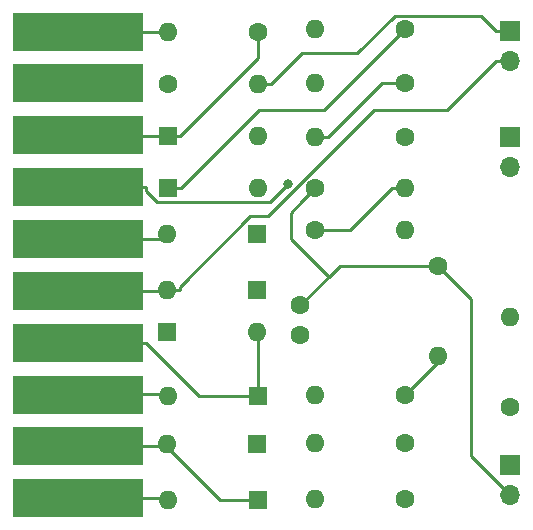
<source format=gbr>
G04 #@! TF.GenerationSoftware,KiCad,Pcbnew,(5.0.1)-3*
G04 #@! TF.CreationDate,2019-02-06T21:35:15-05:00*
G04 #@! TF.ProjectId,OdysseyDaughterCardSummer,4F647973736579446175676874657243,1.1*
G04 #@! TF.SameCoordinates,Original*
G04 #@! TF.FileFunction,Copper,L2,Bot,Signal*
G04 #@! TF.FilePolarity,Positive*
%FSLAX46Y46*%
G04 Gerber Fmt 4.6, Leading zero omitted, Abs format (unit mm)*
G04 Created by KiCad (PCBNEW (5.0.1)-3) date 2/6/2019 9:35:15 PM*
%MOMM*%
%LPD*%
G01*
G04 APERTURE LIST*
G04 #@! TA.AperFunction,SMDPad,CuDef*
%ADD10R,11.000000X3.250000*%
G04 #@! TD*
G04 #@! TA.AperFunction,ComponentPad*
%ADD11O,1.600000X1.600000*%
G04 #@! TD*
G04 #@! TA.AperFunction,ComponentPad*
%ADD12R,1.600000X1.600000*%
G04 #@! TD*
G04 #@! TA.AperFunction,ComponentPad*
%ADD13C,1.600000*%
G04 #@! TD*
G04 #@! TA.AperFunction,ComponentPad*
%ADD14R,1.700000X1.700000*%
G04 #@! TD*
G04 #@! TA.AperFunction,ComponentPad*
%ADD15O,1.700000X1.700000*%
G04 #@! TD*
G04 #@! TA.AperFunction,ViaPad*
%ADD16C,0.800000*%
G04 #@! TD*
G04 #@! TA.AperFunction,Conductor*
%ADD17C,0.250000*%
G04 #@! TD*
G04 APERTURE END LIST*
D10*
G04 #@! TO.P,X1,10*
G04 #@! TO.N,/Card10*
X129000000Y-81250000D03*
G04 #@! TO.P,X1,9*
G04 #@! TO.N,N/C*
X129000000Y-85638888D03*
G04 #@! TO.P,X1,8*
G04 #@! TO.N,/Card8*
X129000000Y-90027776D03*
G04 #@! TO.P,X1,7*
G04 #@! TO.N,/Card7*
X129000000Y-94416664D03*
G04 #@! TO.P,X1,6*
G04 #@! TO.N,/Card6*
X129000000Y-98805552D03*
G04 #@! TO.P,X1,5*
G04 #@! TO.N,/Card5*
X129000000Y-103194440D03*
G04 #@! TO.P,X1,4*
G04 #@! TO.N,/Card4*
X129000000Y-107583328D03*
G04 #@! TO.P,X1,3*
G04 #@! TO.N,/Card3*
X129000000Y-111972216D03*
G04 #@! TO.P,X1,2*
G04 #@! TO.N,/Card2*
X129000000Y-116361104D03*
G04 #@! TO.P,X1,1*
G04 #@! TO.N,/Card1*
X129000000Y-120749992D03*
G04 #@! TD*
D11*
G04 #@! TO.P,D1,2*
G04 #@! TO.N,/Card2*
X136525000Y-116205000D03*
D12*
G04 #@! TO.P,D1,1*
G04 #@! TO.N,Net-(D1-Pad1)*
X144145000Y-116205000D03*
G04 #@! TD*
D11*
G04 #@! TO.P,D2,2*
G04 #@! TO.N,/Card1*
X136652000Y-120904000D03*
D12*
G04 #@! TO.P,D2,1*
G04 #@! TO.N,/Card2*
X144272000Y-120904000D03*
G04 #@! TD*
D11*
G04 #@! TO.P,D3,2*
G04 #@! TO.N,/Card4*
X144145000Y-106680000D03*
D12*
G04 #@! TO.P,D3,1*
G04 #@! TO.N,Net-(D1-Pad1)*
X136525000Y-106680000D03*
G04 #@! TD*
D11*
G04 #@! TO.P,D4,2*
G04 #@! TO.N,/Card3*
X136652000Y-112099000D03*
D12*
G04 #@! TO.P,D4,1*
G04 #@! TO.N,/Card4*
X144272000Y-112099000D03*
G04 #@! TD*
D11*
G04 #@! TO.P,D5,2*
G04 #@! TO.N,/Card5*
X136525000Y-103124000D03*
D12*
G04 #@! TO.P,D5,1*
G04 #@! TO.N,Net-(D1-Pad1)*
X144145000Y-103124000D03*
G04 #@! TD*
G04 #@! TO.P,D6,1*
G04 #@! TO.N,Net-(D1-Pad1)*
X144145000Y-98425000D03*
D11*
G04 #@! TO.P,D6,2*
G04 #@! TO.N,/Card6*
X136525000Y-98425000D03*
G04 #@! TD*
G04 #@! TO.P,D7,2*
G04 #@! TO.N,Net-(D1-Pad1)*
X144272000Y-94488000D03*
D12*
G04 #@! TO.P,D7,1*
G04 #@! TO.N,Net-(D7-Pad1)*
X136652000Y-94488000D03*
G04 #@! TD*
G04 #@! TO.P,D8,1*
G04 #@! TO.N,/Card8*
X136652000Y-90085300D03*
D11*
G04 #@! TO.P,D8,2*
G04 #@! TO.N,Net-(D1-Pad1)*
X144272000Y-90085300D03*
G04 #@! TD*
G04 #@! TO.P,R1,2*
G04 #@! TO.N,Net-(D1-Pad1)*
X144272000Y-85682700D03*
D13*
G04 #@! TO.P,R1,1*
G04 #@! TO.N,/Card10*
X136652000Y-85682700D03*
G04 #@! TD*
D11*
G04 #@! TO.P,R2,2*
G04 #@! TO.N,/Card10*
X136652000Y-81280000D03*
D13*
G04 #@! TO.P,R2,1*
G04 #@! TO.N,/Card8*
X144272000Y-81280000D03*
G04 #@! TD*
D11*
G04 #@! TO.P,R3,2*
G04 #@! TO.N,/Card10*
X149098000Y-81026000D03*
D13*
G04 #@! TO.P,R3,1*
G04 #@! TO.N,Net-(D7-Pad1)*
X156718000Y-81026000D03*
G04 #@! TD*
D14*
G04 #@! TO.P,J1,1*
G04 #@! TO.N,Net-(D1-Pad1)*
X165608000Y-81176000D03*
D15*
G04 #@! TO.P,J1,2*
G04 #@! TO.N,/Card5*
X165608000Y-83716000D03*
G04 #@! TD*
D13*
G04 #@! TO.P,C1,1*
G04 #@! TO.N,VCC*
X147828000Y-106934000D03*
G04 #@! TO.P,C1,2*
G04 #@! TO.N,GND*
X147828000Y-104434000D03*
G04 #@! TD*
D14*
G04 #@! TO.P,J2,1*
G04 #@! TO.N,VCC*
X165608000Y-90170000D03*
D15*
G04 #@! TO.P,J2,2*
G04 #@! TO.N,GND*
X165608000Y-92710000D03*
G04 #@! TD*
D13*
G04 #@! TO.P,R4,1*
G04 #@! TO.N,Net-(R4-Pad1)*
X149098000Y-98044000D03*
D11*
G04 #@! TO.P,R4,2*
G04 #@! TO.N,VCC*
X156718000Y-98044000D03*
G04 #@! TD*
G04 #@! TO.P,R5,2*
G04 #@! TO.N,Net-(R4-Pad1)*
X156718000Y-94488000D03*
D13*
G04 #@! TO.P,R5,1*
G04 #@! TO.N,GND*
X149098000Y-94488000D03*
G04 #@! TD*
D11*
G04 #@! TO.P,R6,2*
G04 #@! TO.N,/Card10*
X149098000Y-111999000D03*
D13*
G04 #@! TO.P,R6,1*
G04 #@! TO.N,Net-(R6-Pad1)*
X156718000Y-111999000D03*
G04 #@! TD*
D11*
G04 #@! TO.P,R7,2*
G04 #@! TO.N,Net-(R4-Pad1)*
X149098000Y-116105000D03*
D13*
G04 #@! TO.P,R7,1*
G04 #@! TO.N,Net-(R7-Pad1)*
X156718000Y-116105000D03*
G04 #@! TD*
G04 #@! TO.P,R8,1*
G04 #@! TO.N,GND*
X159512000Y-101092000D03*
D11*
G04 #@! TO.P,R8,2*
G04 #@! TO.N,Net-(R6-Pad1)*
X159512000Y-108712000D03*
G04 #@! TD*
D13*
G04 #@! TO.P,R9,1*
G04 #@! TO.N,Net-(R12-Pad2)*
X156718000Y-120804000D03*
D11*
G04 #@! TO.P,R9,2*
G04 #@! TO.N,Net-(R7-Pad1)*
X149098000Y-120804000D03*
G04 #@! TD*
G04 #@! TO.P,R10,2*
G04 #@! TO.N,Net-(R10-Pad2)*
X149098000Y-90170000D03*
D13*
G04 #@! TO.P,R10,1*
G04 #@! TO.N,VCC*
X156718000Y-90170000D03*
G04 #@! TD*
G04 #@! TO.P,R11,1*
G04 #@! TO.N,Net-(R10-Pad2)*
X156718000Y-85598000D03*
D11*
G04 #@! TO.P,R11,2*
G04 #@! TO.N,GND*
X149098000Y-85598000D03*
G04 #@! TD*
D13*
G04 #@! TO.P,R12,1*
G04 #@! TO.N,Net-(J3-Pad1)*
X165608000Y-113030000D03*
D11*
G04 #@! TO.P,R12,2*
G04 #@! TO.N,Net-(R12-Pad2)*
X165608000Y-105410000D03*
G04 #@! TD*
D14*
G04 #@! TO.P,J3,1*
G04 #@! TO.N,Net-(J3-Pad1)*
X165608000Y-117954000D03*
D15*
G04 #@! TO.P,J3,2*
G04 #@! TO.N,GND*
X165608000Y-120494000D03*
G04 #@! TD*
D16*
G04 #@! TO.N,/Card7*
X146848200Y-94110200D03*
G04 #@! TD*
D17*
G04 #@! TO.N,Net-(D1-Pad1)*
X165608000Y-81176000D02*
X164432700Y-81176000D01*
X144272000Y-85682700D02*
X145397300Y-85682700D01*
X145397300Y-85682700D02*
X147993300Y-83086700D01*
X147993300Y-83086700D02*
X152660100Y-83086700D01*
X152660100Y-83086700D02*
X155846800Y-79900000D01*
X155846800Y-79900000D02*
X163156700Y-79900000D01*
X163156700Y-79900000D02*
X164432700Y-81176000D01*
G04 #@! TO.N,/Card1*
X129000000Y-120750000D02*
X136498000Y-120750000D01*
X136498000Y-120750000D02*
X136652000Y-120904000D01*
G04 #@! TO.N,/Card2*
X129000100Y-116361000D02*
X129000000Y-116361100D01*
X129000100Y-116361000D02*
X136512000Y-116361000D01*
X129000000Y-116361000D02*
X129000100Y-116361000D01*
X136512000Y-116361000D02*
X141055000Y-120904000D01*
X141055000Y-120904000D02*
X144272000Y-120904000D01*
X136525000Y-116205000D02*
X136512000Y-116218000D01*
X136512000Y-116218000D02*
X136512000Y-116361000D01*
G04 #@! TO.N,/Card3*
X129000200Y-111972000D02*
X129000000Y-111972200D01*
X129000200Y-111972000D02*
X136526000Y-111972000D01*
X136526000Y-111972000D02*
X136652000Y-112099000D01*
X129000000Y-111972000D02*
X129000200Y-111972000D01*
G04 #@! TO.N,/Card4*
X129000300Y-107583000D02*
X129000000Y-107583300D01*
X144272000Y-112099000D02*
X139265000Y-112099000D01*
X139265000Y-112099000D02*
X134750000Y-107583000D01*
X134750000Y-107583000D02*
X129000300Y-107583000D01*
X129000300Y-107583000D02*
X129000000Y-107583000D01*
X144272000Y-112099000D02*
X144272000Y-106807000D01*
X144272000Y-106807000D02*
X144145000Y-106680000D01*
G04 #@! TO.N,/Card7*
X129000000Y-94416700D02*
X134825300Y-94416700D01*
X146848200Y-94110200D02*
X145299000Y-95659400D01*
X145299000Y-95659400D02*
X135757200Y-95659400D01*
X135757200Y-95659400D02*
X134825300Y-94727500D01*
X134825300Y-94727500D02*
X134825300Y-94416700D01*
G04 #@! TO.N,/Card8*
X144272000Y-81280000D02*
X144272000Y-83515300D01*
X144272000Y-83515300D02*
X137702000Y-90085300D01*
X137702000Y-90085300D02*
X136652000Y-90085300D01*
X136652000Y-90085300D02*
X129058000Y-90085300D01*
X129058000Y-90085300D02*
X129000000Y-90027800D01*
G04 #@! TO.N,/Card10*
X129000000Y-81250000D02*
X134825300Y-81250000D01*
X136652000Y-81280000D02*
X134855300Y-81280000D01*
X134855300Y-81280000D02*
X134825300Y-81250000D01*
G04 #@! TO.N,/Card5*
X137650300Y-103124000D02*
X137650300Y-102842700D01*
X137650300Y-102842700D02*
X143607400Y-96885600D01*
X143607400Y-96885600D02*
X145098600Y-96885600D01*
X145098600Y-96885600D02*
X154100200Y-87884000D01*
X154100200Y-87884000D02*
X160264700Y-87884000D01*
X160264700Y-87884000D02*
X164432700Y-83716000D01*
X165608000Y-83716000D02*
X164432700Y-83716000D01*
X136525000Y-103124000D02*
X137650300Y-103124000D01*
X136553000Y-103194000D02*
X136525000Y-103166000D01*
X136525000Y-103166000D02*
X136525000Y-103124000D01*
X136553000Y-103194000D02*
X136652000Y-103293000D01*
X129000400Y-103194000D02*
X136553000Y-103194000D01*
X129000400Y-103194000D02*
X129000000Y-103194400D01*
X129000000Y-103194000D02*
X129000400Y-103194000D01*
G04 #@! TO.N,/Card6*
X129000100Y-98805600D02*
X129000000Y-98805500D01*
X129000100Y-98805600D02*
X136525200Y-98805600D01*
X129000000Y-98805600D02*
X129000100Y-98805600D01*
X136525200Y-98805600D02*
X136567000Y-98805600D01*
X136567000Y-98805600D02*
X136652000Y-98890700D01*
X136525000Y-98425000D02*
X136525200Y-98425200D01*
X136525200Y-98425200D02*
X136525200Y-98805600D01*
G04 #@! TO.N,GND*
X150845000Y-101417000D02*
X147828000Y-104434000D01*
X159512000Y-101092000D02*
X151170000Y-101092000D01*
X151170000Y-101092000D02*
X150845000Y-101417000D01*
X162306000Y-103886000D02*
X159512000Y-101092000D01*
X165608000Y-120494000D02*
X162306000Y-117192000D01*
X162306000Y-117192000D02*
X162306000Y-103886000D01*
X148024500Y-95561500D02*
X149098000Y-94488000D01*
X148024500Y-95625600D02*
X148024500Y-95561500D01*
X147066000Y-96584100D02*
X148024500Y-95625600D01*
X147066000Y-98806000D02*
X147066000Y-96584100D01*
X150845000Y-101417000D02*
X150261000Y-102001000D01*
X150261000Y-102001000D02*
X147066000Y-98806000D01*
G04 #@! TO.N,Net-(D7-Pad1)*
X136652000Y-94488000D02*
X137777300Y-94488000D01*
X156718000Y-81026000D02*
X149860000Y-87884000D01*
X149860000Y-87884000D02*
X144381300Y-87884000D01*
X144381300Y-87884000D02*
X137777300Y-94488000D01*
G04 #@! TO.N,Net-(R4-Pad1)*
X149098000Y-98044000D02*
X152036700Y-98044000D01*
X152036700Y-98044000D02*
X155592700Y-94488000D01*
X156718000Y-94488000D02*
X155592700Y-94488000D01*
G04 #@! TO.N,Net-(R6-Pad1)*
X156718000Y-111999000D02*
X158879700Y-109837300D01*
X159512000Y-108712000D02*
X159512000Y-109220000D01*
X158894700Y-109837300D02*
X158879700Y-109837300D01*
X159512000Y-109220000D02*
X158894700Y-109837300D01*
G04 #@! TO.N,Net-(R10-Pad2)*
X149098000Y-90170000D02*
X150223300Y-90170000D01*
X150223300Y-90170000D02*
X154795300Y-85598000D01*
X154795300Y-85598000D02*
X156718000Y-85598000D01*
G04 #@! TD*
M02*

</source>
